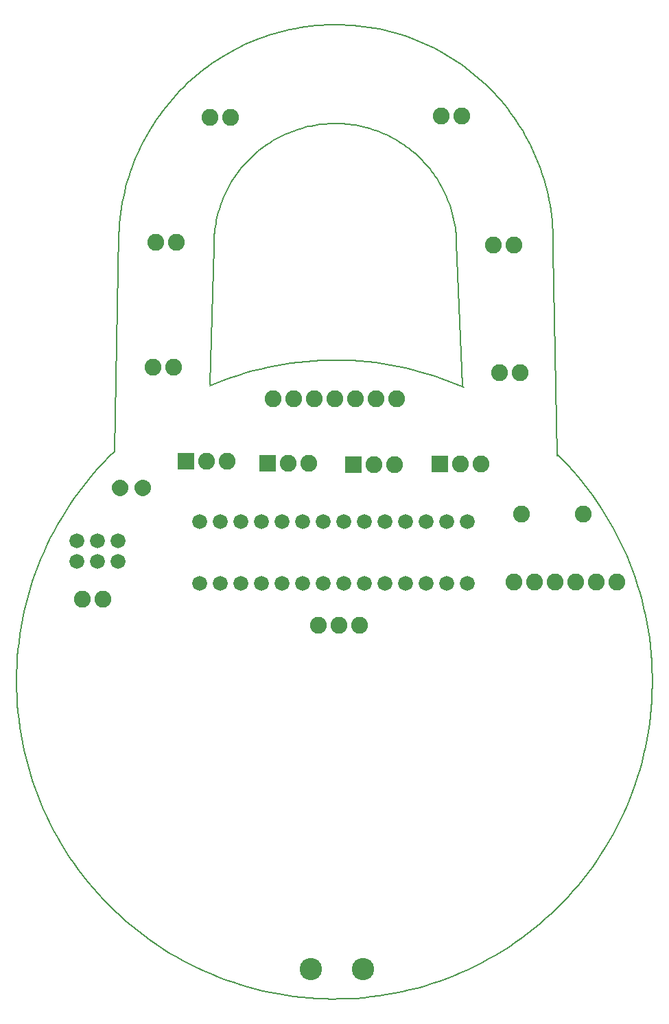
<source format=gbs>
G04 EAGLE Gerber X2 export*
G75*
%MOMM*%
%FSLAX34Y34*%
%LPD*%
%AMOC8*
5,1,8,0,0,1.08239X$1,22.5*%
G01*
%ADD10C,0.152400*%
%ADD11C,2.082800*%
%ADD12C,1.828800*%
%ADD13C,2.743200*%
%ADD14R,2.082800X2.082800*%

G36*
X118690Y627359D02*
X118690Y627359D01*
X118733Y627371D01*
X118799Y627380D01*
X120416Y627834D01*
X120457Y627853D01*
X120485Y627862D01*
X120495Y627864D01*
X120499Y627866D01*
X120520Y627873D01*
X122034Y628601D01*
X122070Y628627D01*
X122129Y628657D01*
X123494Y629638D01*
X123525Y629670D01*
X123578Y629710D01*
X124752Y630912D01*
X124777Y630949D01*
X124822Y630997D01*
X125769Y632385D01*
X125787Y632426D01*
X125823Y632482D01*
X126515Y634013D01*
X126526Y634056D01*
X126552Y634117D01*
X126967Y635746D01*
X126970Y635790D01*
X126985Y635855D01*
X127111Y637530D01*
X127107Y637577D01*
X127109Y637649D01*
X126904Y639485D01*
X126890Y639531D01*
X126878Y639606D01*
X126318Y641367D01*
X126295Y641409D01*
X126269Y641481D01*
X125376Y643098D01*
X125346Y643136D01*
X125306Y643201D01*
X124115Y644613D01*
X124078Y644644D01*
X124026Y644700D01*
X122582Y645853D01*
X122540Y645876D01*
X122478Y645920D01*
X120837Y646769D01*
X120791Y646784D01*
X120722Y646815D01*
X118947Y647328D01*
X118899Y647333D01*
X118824Y647351D01*
X116984Y647507D01*
X116940Y647503D01*
X116875Y647507D01*
X115044Y647347D01*
X114998Y647334D01*
X114922Y647324D01*
X113158Y646810D01*
X113114Y646789D01*
X113042Y646764D01*
X111412Y645915D01*
X111374Y645886D01*
X111308Y645847D01*
X109875Y644697D01*
X109843Y644661D01*
X109786Y644610D01*
X108605Y643202D01*
X108581Y643161D01*
X108535Y643100D01*
X108325Y642718D01*
X107651Y641488D01*
X107636Y641443D01*
X107602Y641374D01*
X107050Y639621D01*
X107044Y639574D01*
X107024Y639500D01*
X106825Y637673D01*
X106828Y637627D01*
X106822Y637558D01*
X106945Y635882D01*
X106956Y635839D01*
X106962Y635773D01*
X107374Y634143D01*
X107392Y634103D01*
X107410Y634039D01*
X108098Y632506D01*
X108123Y632469D01*
X108152Y632409D01*
X109096Y631019D01*
X109127Y630987D01*
X109165Y630933D01*
X110336Y629727D01*
X110373Y629701D01*
X110420Y629655D01*
X111782Y628671D01*
X111823Y628652D01*
X111877Y628615D01*
X113390Y627882D01*
X113433Y627870D01*
X113444Y627865D01*
X113471Y627852D01*
X113476Y627851D01*
X113493Y627843D01*
X115110Y627385D01*
X115155Y627380D01*
X115219Y627364D01*
X116891Y627193D01*
X116939Y627197D01*
X117018Y627193D01*
X118690Y627359D01*
G37*
G36*
X146681Y627359D02*
X146681Y627359D01*
X146724Y627371D01*
X146790Y627380D01*
X148407Y627834D01*
X148448Y627853D01*
X148476Y627862D01*
X148486Y627864D01*
X148490Y627866D01*
X148511Y627873D01*
X150025Y628601D01*
X150061Y628627D01*
X150120Y628657D01*
X151485Y629638D01*
X151516Y629670D01*
X151569Y629710D01*
X152743Y630912D01*
X152768Y630949D01*
X152813Y630997D01*
X153760Y632385D01*
X153778Y632426D01*
X153814Y632482D01*
X154506Y634013D01*
X154517Y634056D01*
X154543Y634117D01*
X154958Y635746D01*
X154961Y635790D01*
X154976Y635855D01*
X155102Y637530D01*
X155098Y637577D01*
X155100Y637649D01*
X154895Y639485D01*
X154881Y639531D01*
X154869Y639606D01*
X154309Y641367D01*
X154286Y641409D01*
X154260Y641481D01*
X153367Y643098D01*
X153337Y643136D01*
X153297Y643201D01*
X152106Y644613D01*
X152069Y644644D01*
X152017Y644700D01*
X150573Y645853D01*
X150531Y645876D01*
X150469Y645920D01*
X148828Y646769D01*
X148782Y646784D01*
X148713Y646815D01*
X146938Y647328D01*
X146890Y647333D01*
X146815Y647351D01*
X144975Y647507D01*
X144931Y647503D01*
X144866Y647507D01*
X143035Y647347D01*
X142989Y647334D01*
X142913Y647324D01*
X141149Y646810D01*
X141105Y646789D01*
X141033Y646764D01*
X139403Y645915D01*
X139365Y645886D01*
X139299Y645847D01*
X137866Y644697D01*
X137834Y644661D01*
X137777Y644610D01*
X136596Y643202D01*
X136572Y643161D01*
X136526Y643100D01*
X136316Y642718D01*
X135642Y641488D01*
X135627Y641443D01*
X135593Y641374D01*
X135041Y639621D01*
X135035Y639574D01*
X135015Y639500D01*
X134816Y637673D01*
X134819Y637627D01*
X134813Y637558D01*
X134936Y635882D01*
X134947Y635839D01*
X134953Y635773D01*
X135365Y634143D01*
X135383Y634103D01*
X135401Y634039D01*
X136089Y632506D01*
X136114Y632469D01*
X136143Y632409D01*
X137087Y631019D01*
X137118Y630987D01*
X137156Y630933D01*
X138327Y629727D01*
X138364Y629701D01*
X138411Y629655D01*
X139773Y628671D01*
X139814Y628652D01*
X139868Y628615D01*
X141381Y627882D01*
X141424Y627870D01*
X141435Y627865D01*
X141462Y627852D01*
X141467Y627851D01*
X141484Y627843D01*
X143101Y627385D01*
X143146Y627380D01*
X143210Y627364D01*
X144882Y627193D01*
X144930Y627197D01*
X145009Y627193D01*
X146681Y627359D01*
G37*
D10*
X540750Y761250D02*
X532044Y765004D01*
X523248Y768545D01*
X514370Y771872D01*
X505413Y774981D01*
X496383Y777871D01*
X487285Y780541D01*
X478125Y782989D01*
X468908Y785213D01*
X459640Y787212D01*
X450326Y788985D01*
X440972Y790530D01*
X431583Y791848D01*
X422164Y792937D01*
X412722Y793796D01*
X403261Y794426D01*
X393788Y794825D01*
X384309Y794993D01*
X374828Y794931D01*
X365351Y794637D01*
X355884Y794114D01*
X346433Y793360D01*
X337003Y792377D01*
X327599Y791164D01*
X318228Y789723D01*
X308895Y788054D01*
X299605Y786158D01*
X290364Y784038D01*
X281177Y781692D01*
X272050Y779125D01*
X262988Y776335D01*
X253997Y773326D01*
X245082Y770099D01*
X236248Y766657D01*
X227500Y763000D01*
X227500Y764750D02*
X232750Y934500D01*
X532000Y939750D02*
X539000Y763000D01*
X532000Y939750D02*
X531892Y943393D01*
X531695Y947032D01*
X531409Y950665D01*
X531035Y954290D01*
X530573Y957905D01*
X530023Y961508D01*
X529386Y965096D01*
X528661Y968667D01*
X527850Y972220D01*
X526952Y975752D01*
X525968Y979261D01*
X524900Y982746D01*
X523747Y986203D01*
X522510Y989631D01*
X521189Y993027D01*
X519787Y996391D01*
X518303Y999720D01*
X516738Y1003011D01*
X515094Y1006263D01*
X513371Y1009475D01*
X511571Y1012643D01*
X509693Y1015767D01*
X507741Y1018844D01*
X505714Y1021872D01*
X503613Y1024851D01*
X501441Y1027777D01*
X499198Y1030650D01*
X496886Y1033467D01*
X494506Y1036226D01*
X492060Y1038928D01*
X489548Y1041568D01*
X486973Y1044147D01*
X484336Y1046662D01*
X481639Y1049113D01*
X478882Y1051497D01*
X476068Y1053813D01*
X473199Y1056060D01*
X470276Y1058236D01*
X467301Y1060341D01*
X464275Y1062372D01*
X461201Y1064330D01*
X458080Y1066211D01*
X454914Y1068017D01*
X451705Y1069744D01*
X448455Y1071393D01*
X445166Y1072962D01*
X441840Y1074451D01*
X438478Y1075858D01*
X435083Y1077183D01*
X431657Y1078425D01*
X428202Y1079584D01*
X424719Y1080657D01*
X421211Y1081646D01*
X417681Y1082549D01*
X414129Y1083365D01*
X410558Y1084095D01*
X406971Y1084738D01*
X403369Y1085293D01*
X399755Y1085760D01*
X396130Y1086139D01*
X392498Y1086430D01*
X388859Y1086632D01*
X385216Y1086746D01*
X381572Y1086771D01*
X377928Y1086707D01*
X374287Y1086554D01*
X370651Y1086313D01*
X367021Y1085983D01*
X363401Y1085565D01*
X359792Y1085059D01*
X356196Y1084465D01*
X352616Y1083784D01*
X349054Y1083016D01*
X345511Y1082161D01*
X341990Y1081221D01*
X338493Y1080195D01*
X335022Y1079084D01*
X331580Y1077888D01*
X328167Y1076610D01*
X324786Y1075248D01*
X321440Y1073805D01*
X318130Y1072281D01*
X314858Y1070676D01*
X311626Y1068993D01*
X308435Y1067231D01*
X305289Y1065392D01*
X302189Y1063476D01*
X299136Y1061486D01*
X296132Y1059422D01*
X293179Y1057286D01*
X290280Y1055078D01*
X287435Y1052801D01*
X284646Y1050455D01*
X281916Y1048041D01*
X279244Y1045562D01*
X276634Y1043019D01*
X274087Y1040412D01*
X271604Y1037745D01*
X269187Y1035018D01*
X266837Y1032232D01*
X264555Y1029391D01*
X262343Y1026494D01*
X260202Y1023545D01*
X258134Y1020544D01*
X256140Y1017494D01*
X254220Y1014396D01*
X252376Y1011253D01*
X250610Y1008065D01*
X248922Y1004835D01*
X247312Y1001566D01*
X245783Y998258D01*
X244335Y994913D01*
X242969Y991535D01*
X241685Y988124D01*
X240485Y984683D01*
X239369Y981214D01*
X238338Y977718D01*
X237392Y974199D01*
X236532Y970657D01*
X235759Y967096D01*
X235073Y963517D01*
X234474Y959922D01*
X233962Y956314D01*
X233539Y952694D01*
X233204Y949065D01*
X232958Y945429D01*
X232800Y941788D01*
X232730Y938144D01*
X232750Y934500D01*
X115499Y950250D02*
X115814Y956797D01*
X116288Y963334D01*
X116922Y969858D01*
X117715Y976364D01*
X118668Y982849D01*
X119778Y989309D01*
X121047Y995739D01*
X122472Y1002137D01*
X124053Y1008498D01*
X125789Y1014818D01*
X127679Y1021094D01*
X129722Y1027322D01*
X131917Y1033498D01*
X134263Y1039618D01*
X136757Y1045679D01*
X139398Y1051678D01*
X142186Y1057610D01*
X145118Y1063472D01*
X148192Y1069261D01*
X151407Y1074972D01*
X154761Y1080604D01*
X158251Y1086151D01*
X161876Y1091612D01*
X165634Y1096983D01*
X169521Y1102259D01*
X173537Y1107440D01*
X177678Y1112520D01*
X181942Y1117498D01*
X186327Y1122370D01*
X190829Y1127133D01*
X195446Y1131785D01*
X200176Y1136322D01*
X205016Y1140743D01*
X209962Y1145044D01*
X215011Y1149222D01*
X220162Y1153276D01*
X225410Y1157202D01*
X230752Y1161000D01*
X236186Y1164665D01*
X241708Y1168196D01*
X247314Y1171591D01*
X253002Y1174849D01*
X258768Y1177966D01*
X264608Y1180941D01*
X270520Y1183772D01*
X276498Y1186458D01*
X282541Y1188997D01*
X288644Y1191387D01*
X294803Y1193628D01*
X301016Y1195717D01*
X307278Y1197654D01*
X313585Y1199437D01*
X319934Y1201065D01*
X326321Y1202537D01*
X332742Y1203853D01*
X339193Y1205011D01*
X345671Y1206011D01*
X352171Y1206853D01*
X358689Y1207535D01*
X365223Y1208058D01*
X371767Y1208421D01*
X378319Y1208623D01*
X384873Y1208666D01*
X391426Y1208548D01*
X397975Y1208269D01*
X404514Y1207831D01*
X411041Y1207233D01*
X417552Y1206476D01*
X424042Y1205559D01*
X430508Y1204484D01*
X436945Y1203251D01*
X443350Y1201862D01*
X449720Y1200316D01*
X456049Y1198614D01*
X462336Y1196759D01*
X468575Y1194750D01*
X474763Y1192589D01*
X480896Y1190278D01*
X486971Y1187817D01*
X492984Y1185208D01*
X498931Y1182454D01*
X504809Y1179554D01*
X510615Y1176512D01*
X516344Y1173328D01*
X521994Y1170006D01*
X527561Y1166546D01*
X533042Y1162951D01*
X538433Y1159224D01*
X543731Y1155365D01*
X548933Y1151378D01*
X554037Y1147265D01*
X559038Y1143029D01*
X563934Y1138671D01*
X568722Y1134195D01*
X573399Y1129603D01*
X577963Y1124899D01*
X582410Y1120084D01*
X586738Y1115161D01*
X590944Y1110135D01*
X595026Y1105007D01*
X598982Y1099781D01*
X602808Y1094459D01*
X606503Y1089046D01*
X610065Y1083544D01*
X613491Y1077956D01*
X616780Y1072286D01*
X619929Y1066538D01*
X622936Y1060714D01*
X625800Y1054818D01*
X628519Y1048854D01*
X631091Y1042826D01*
X633515Y1036736D01*
X635790Y1030589D01*
X637913Y1024388D01*
X639884Y1018137D01*
X641702Y1011840D01*
X643365Y1005500D01*
X644873Y999121D01*
X646224Y992708D01*
X647418Y986263D01*
X648454Y979791D01*
X649331Y973296D01*
X650049Y966781D01*
X650608Y960250D01*
X651007Y953708D01*
X651246Y947158D01*
X651324Y940604D01*
X651242Y934050D01*
X651000Y927500D01*
X115500Y950250D02*
X110250Y682500D01*
X656250Y677250D02*
X651000Y929250D01*
X656250Y679000D02*
X663012Y672198D01*
X669605Y665232D01*
X676027Y658107D01*
X682272Y650827D01*
X688337Y643397D01*
X694219Y635821D01*
X699914Y628103D01*
X705418Y620248D01*
X710729Y612261D01*
X715842Y604146D01*
X720756Y595909D01*
X725467Y587554D01*
X729973Y579087D01*
X734270Y570511D01*
X738356Y561834D01*
X742229Y553059D01*
X745886Y544192D01*
X749325Y535238D01*
X752544Y526203D01*
X755541Y517092D01*
X758315Y507910D01*
X760863Y498663D01*
X763184Y489357D01*
X765278Y479996D01*
X767141Y470588D01*
X768775Y461136D01*
X770176Y451648D01*
X771345Y442128D01*
X772281Y432582D01*
X772984Y423016D01*
X773452Y413436D01*
X773686Y403847D01*
X773685Y394256D01*
X773450Y384667D01*
X772981Y375087D01*
X772277Y365522D01*
X771340Y355976D01*
X770170Y346456D01*
X768767Y336968D01*
X767133Y327516D01*
X765268Y318108D01*
X763174Y308748D01*
X760851Y299442D01*
X758302Y290195D01*
X755527Y281014D01*
X752529Y271903D01*
X749308Y262868D01*
X745868Y253915D01*
X742210Y245048D01*
X738337Y236274D01*
X734249Y227597D01*
X729951Y219022D01*
X725445Y210555D01*
X720733Y202201D01*
X715818Y193964D01*
X710703Y185850D01*
X705392Y177864D01*
X699886Y170009D01*
X694191Y162292D01*
X688308Y154716D01*
X682242Y147287D01*
X675996Y140008D01*
X669574Y132884D01*
X662979Y125919D01*
X656217Y119117D01*
X649290Y112482D01*
X642202Y106019D01*
X634959Y99732D01*
X627565Y93623D01*
X620023Y87697D01*
X612339Y81957D01*
X604516Y76406D01*
X596561Y71049D01*
X588476Y65887D01*
X580268Y60925D01*
X571941Y56165D01*
X563500Y51610D01*
X554950Y47262D01*
X546297Y43126D01*
X537545Y39201D01*
X528700Y35492D01*
X519766Y32001D01*
X510750Y28729D01*
X501657Y25678D01*
X492491Y22850D01*
X483260Y20248D01*
X473967Y17872D01*
X464619Y15723D01*
X455222Y13804D01*
X445780Y12116D01*
X436300Y10658D01*
X426787Y9433D01*
X417247Y8441D01*
X407685Y7683D01*
X398108Y7158D01*
X388521Y6868D01*
X378929Y6812D01*
X369340Y6991D01*
X359757Y7404D01*
X350187Y8051D01*
X340636Y8932D01*
X331110Y10047D01*
X321613Y11394D01*
X312153Y12972D01*
X302733Y14782D01*
X293361Y16821D01*
X284042Y19089D01*
X274780Y21584D01*
X265583Y24305D01*
X256454Y27250D01*
X247401Y30417D01*
X238427Y33804D01*
X229539Y37410D01*
X220742Y41232D01*
X212041Y45268D01*
X203442Y49516D01*
X194948Y53972D01*
X186566Y58635D01*
X178301Y63502D01*
X170157Y68569D01*
X162140Y73833D01*
X154253Y79292D01*
X146503Y84943D01*
X138893Y90781D01*
X131427Y96803D01*
X124112Y103006D01*
X116950Y109386D01*
X109946Y115940D01*
X103105Y122662D01*
X96430Y129550D01*
X89926Y136599D01*
X83595Y143805D01*
X77443Y151164D01*
X71473Y158671D01*
X65688Y166321D01*
X60091Y174111D01*
X54687Y182035D01*
X49478Y190089D01*
X44468Y198268D01*
X39659Y206566D01*
X35054Y214980D01*
X30657Y223505D01*
X26469Y232134D01*
X22494Y240862D01*
X18733Y249686D01*
X15189Y258599D01*
X11864Y267595D01*
X8760Y276671D01*
X5878Y285819D01*
X3221Y295035D01*
X791Y304314D01*
X-1412Y313649D01*
X-3386Y323035D01*
X-5131Y332467D01*
X-6644Y341938D01*
X-7924Y351444D01*
X-8973Y360978D01*
X-9787Y370535D01*
X-10368Y380109D01*
X-10715Y389694D01*
X-10827Y399285D01*
X-10705Y408876D01*
X-10348Y418460D01*
X-9757Y428034D01*
X-8932Y437590D01*
X-7873Y447123D01*
X-6582Y456627D01*
X-5059Y466097D01*
X-3305Y475527D01*
X-1321Y484911D01*
X892Y494243D01*
X3333Y503519D01*
X6000Y512733D01*
X8891Y521878D01*
X12005Y530950D01*
X15339Y539943D01*
X18893Y548852D01*
X22663Y557671D01*
X26648Y566396D01*
X30845Y575021D01*
X35252Y583540D01*
X39865Y591949D01*
X44683Y600243D01*
X49702Y608416D01*
X54919Y616465D01*
X60332Y624383D01*
X65937Y632167D01*
X71730Y639811D01*
X77708Y647311D01*
X83869Y654663D01*
X90206Y661862D01*
X96719Y668904D01*
X103401Y675785D01*
X110249Y682501D01*
D11*
X387200Y467600D03*
X361800Y467600D03*
X412600Y467600D03*
X157950Y786450D03*
X183350Y786450D03*
X160950Y940450D03*
X186350Y940450D03*
X228200Y1094100D03*
X253600Y1094100D03*
X512950Y1095850D03*
X538350Y1095850D03*
X577200Y936600D03*
X602600Y936600D03*
X585450Y779100D03*
X610850Y779100D03*
D12*
X89150Y571650D03*
X89150Y546250D03*
X114550Y546250D03*
X114550Y571650D03*
X63750Y571650D03*
X63750Y546250D03*
D11*
X729700Y521500D03*
X704300Y521500D03*
X678900Y521500D03*
X653500Y521500D03*
X628100Y521500D03*
X602700Y521500D03*
X612500Y605350D03*
X688700Y605350D03*
X458050Y747300D03*
X432650Y747300D03*
X407250Y747300D03*
X381850Y747300D03*
X356450Y747300D03*
X331050Y747300D03*
X305650Y747300D03*
D13*
X416950Y43600D03*
X351950Y43600D03*
D12*
X215200Y519450D03*
X240600Y519450D03*
X266000Y519450D03*
X291400Y519450D03*
X316800Y519450D03*
X342200Y519450D03*
X367600Y519450D03*
X393000Y519450D03*
X418400Y519450D03*
X443800Y519450D03*
X469200Y519450D03*
X494600Y519450D03*
X520000Y519450D03*
X545400Y519450D03*
X545400Y595650D03*
X520000Y595650D03*
X494600Y595650D03*
X469200Y595650D03*
X443800Y595650D03*
X418400Y595650D03*
X393000Y595650D03*
X367600Y595650D03*
X342200Y595650D03*
X316800Y595650D03*
X291400Y595650D03*
X266000Y595650D03*
X240600Y595650D03*
X215200Y595650D03*
D14*
X511550Y667100D03*
D11*
X536950Y667100D03*
X562350Y667100D03*
D14*
X404450Y665850D03*
D11*
X429850Y665850D03*
X455250Y665850D03*
D14*
X299350Y667600D03*
D11*
X324750Y667600D03*
X350150Y667600D03*
D14*
X198250Y670100D03*
D11*
X223650Y670100D03*
X249050Y670100D03*
X70000Y500000D03*
X95400Y500000D03*
M02*

</source>
